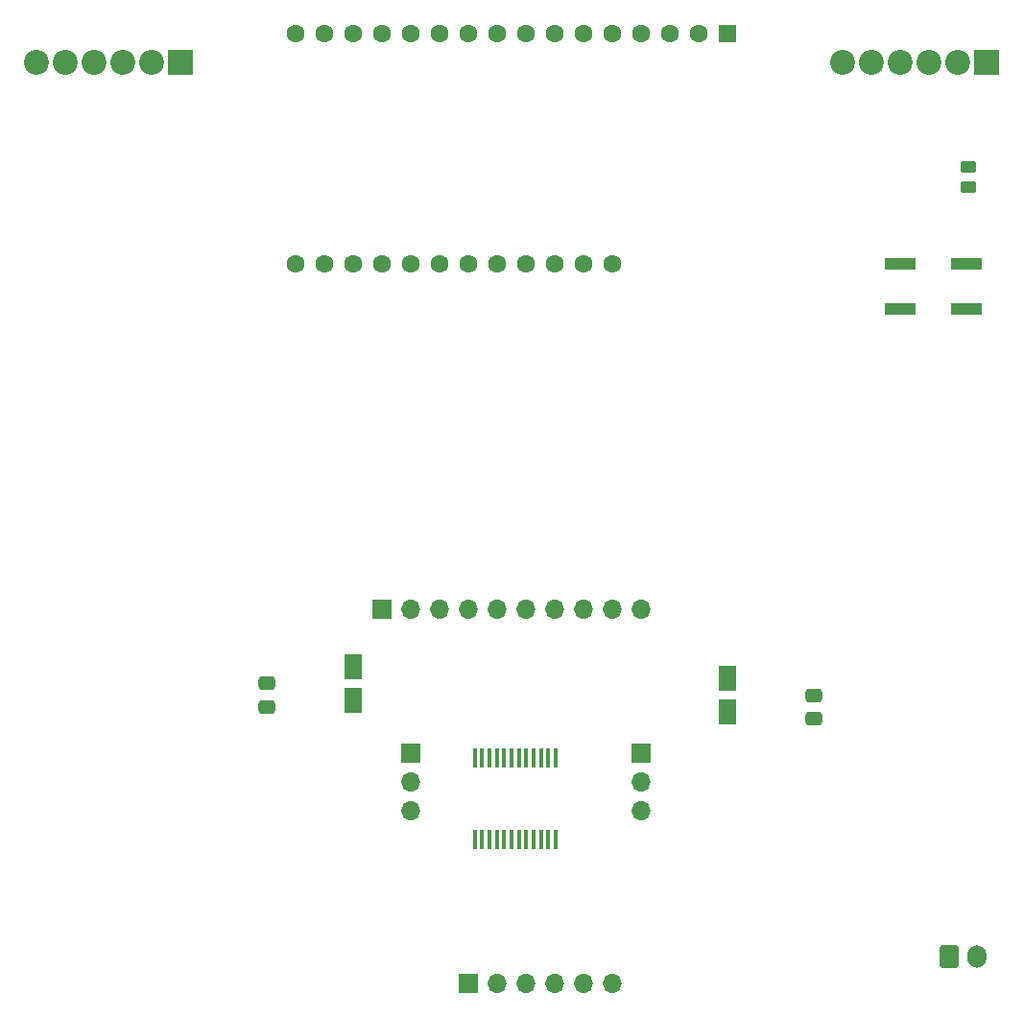
<source format=gbr>
%TF.GenerationSoftware,KiCad,Pcbnew,7.0.7*%
%TF.CreationDate,2023-11-09T14:18:26-08:00*%
%TF.ProjectId,Micro_Mouse,4d696372-6f5f-44d6-9f75-73652e6b6963,rev?*%
%TF.SameCoordinates,Original*%
%TF.FileFunction,Soldermask,Top*%
%TF.FilePolarity,Negative*%
%FSLAX46Y46*%
G04 Gerber Fmt 4.6, Leading zero omitted, Abs format (unit mm)*
G04 Created by KiCad (PCBNEW 7.0.7) date 2023-11-09 14:18:26*
%MOMM*%
%LPD*%
G01*
G04 APERTURE LIST*
G04 Aperture macros list*
%AMRoundRect*
0 Rectangle with rounded corners*
0 $1 Rounding radius*
0 $2 $3 $4 $5 $6 $7 $8 $9 X,Y pos of 4 corners*
0 Add a 4 corners polygon primitive as box body*
4,1,4,$2,$3,$4,$5,$6,$7,$8,$9,$2,$3,0*
0 Add four circle primitives for the rounded corners*
1,1,$1+$1,$2,$3*
1,1,$1+$1,$4,$5*
1,1,$1+$1,$6,$7*
1,1,$1+$1,$8,$9*
0 Add four rect primitives between the rounded corners*
20,1,$1+$1,$2,$3,$4,$5,0*
20,1,$1+$1,$4,$5,$6,$7,0*
20,1,$1+$1,$6,$7,$8,$9,0*
20,1,$1+$1,$8,$9,$2,$3,0*%
G04 Aperture macros list end*
%ADD10R,2.200000X2.200000*%
%ADD11C,2.200000*%
%ADD12R,1.600000X1.600000*%
%ADD13C,1.600000*%
%ADD14R,1.700000X1.700000*%
%ADD15O,1.700000X1.700000*%
%ADD16RoundRect,0.250000X0.475000X-0.337500X0.475000X0.337500X-0.475000X0.337500X-0.475000X-0.337500X0*%
%ADD17R,1.600000X2.200000*%
%ADD18R,2.800000X1.000000*%
%ADD19RoundRect,0.250000X-0.600000X-0.750000X0.600000X-0.750000X0.600000X0.750000X-0.600000X0.750000X0*%
%ADD20O,1.700000X2.000000*%
%ADD21R,0.450000X1.750000*%
%ADD22RoundRect,0.250000X-0.450000X0.262500X-0.450000X-0.262500X0.450000X-0.262500X0.450000X0.262500X0*%
G04 APERTURE END LIST*
D10*
%TO.C,J4*%
X195580000Y-55880000D03*
D11*
X193040000Y-55880000D03*
X190500000Y-55880000D03*
X187960000Y-55880000D03*
X185420000Y-55880000D03*
X182880000Y-55880000D03*
%TD*%
D12*
%TO.C,A1*%
X172720000Y-53340000D03*
D13*
X170180000Y-53340000D03*
X167640000Y-53340000D03*
X165100000Y-53340000D03*
X162560000Y-53340000D03*
X160020000Y-53340000D03*
X157480000Y-53340000D03*
X154940000Y-53340000D03*
X152400000Y-53340000D03*
X149860000Y-53340000D03*
X147320000Y-53340000D03*
X144780000Y-53340000D03*
X142240000Y-53340000D03*
X139700000Y-53340000D03*
X137160000Y-53340000D03*
X134620000Y-53340000D03*
X134620000Y-73660000D03*
X137160000Y-73660000D03*
X139700000Y-73660000D03*
X142240000Y-73660000D03*
X144780000Y-73660000D03*
X147320000Y-73660000D03*
X149860000Y-73660000D03*
X152400000Y-73660000D03*
X154940000Y-73660000D03*
X157480000Y-73660000D03*
X160020000Y-73660000D03*
X162560000Y-73660000D03*
%TD*%
D14*
%TO.C,J6*%
X144780000Y-116840000D03*
D15*
X144780000Y-119380000D03*
X144780000Y-121920000D03*
%TD*%
D16*
%TO.C,C4*%
X132080000Y-112797500D03*
X132080000Y-110722500D03*
%TD*%
D10*
%TO.C,J3*%
X124460000Y-55880000D03*
D11*
X121920000Y-55880000D03*
X119380000Y-55880000D03*
X116840000Y-55880000D03*
X114300000Y-55880000D03*
X111760000Y-55880000D03*
%TD*%
D17*
%TO.C,C2*%
X172720000Y-113260000D03*
X172720000Y-110260000D03*
%TD*%
D18*
%TO.C,SW1*%
X187960000Y-73660000D03*
X193760000Y-73660000D03*
X187960000Y-77660000D03*
X193760000Y-77660000D03*
%TD*%
D14*
%TO.C,J7*%
X165100000Y-116840000D03*
D15*
X165100000Y-119380000D03*
X165100000Y-121920000D03*
%TD*%
D14*
%TO.C,J5*%
X149860000Y-137160000D03*
D15*
X152400000Y-137160000D03*
X154940000Y-137160000D03*
X157480000Y-137160000D03*
X160020000Y-137160000D03*
X162560000Y-137160000D03*
%TD*%
D19*
%TO.C,J1*%
X192240322Y-134787338D03*
D20*
X194740322Y-134787338D03*
%TD*%
D21*
%TO.C,U1*%
X150390000Y-124460000D03*
X151040000Y-124460000D03*
X151690000Y-124460000D03*
X152340000Y-124460000D03*
X152990000Y-124460000D03*
X153640000Y-124460000D03*
X154290000Y-124460000D03*
X154940000Y-124460000D03*
X155590000Y-124460000D03*
X156240000Y-124460000D03*
X156890000Y-124460000D03*
X157540000Y-124460000D03*
X157540000Y-117260000D03*
X156890000Y-117260000D03*
X156240000Y-117260000D03*
X155590000Y-117260000D03*
X154940000Y-117260000D03*
X154290000Y-117260000D03*
X153640000Y-117260000D03*
X152990000Y-117260000D03*
X152340000Y-117260000D03*
X151690000Y-117260000D03*
X151040000Y-117260000D03*
X150390000Y-117260000D03*
%TD*%
D17*
%TO.C,C3*%
X139700000Y-112220000D03*
X139700000Y-109220000D03*
%TD*%
D22*
%TO.C,R1*%
X193952500Y-65127500D03*
X193952500Y-66952500D03*
%TD*%
D14*
%TO.C,J8*%
X142240000Y-104140000D03*
D15*
X144780000Y-104140000D03*
X147320000Y-104140000D03*
X149860000Y-104140000D03*
X152400000Y-104140000D03*
X154940000Y-104140000D03*
X157480000Y-104140000D03*
X160020000Y-104140000D03*
X162560000Y-104140000D03*
X165100000Y-104140000D03*
%TD*%
D16*
%TO.C,C1*%
X180340000Y-113835000D03*
X180340000Y-111760000D03*
%TD*%
M02*

</source>
